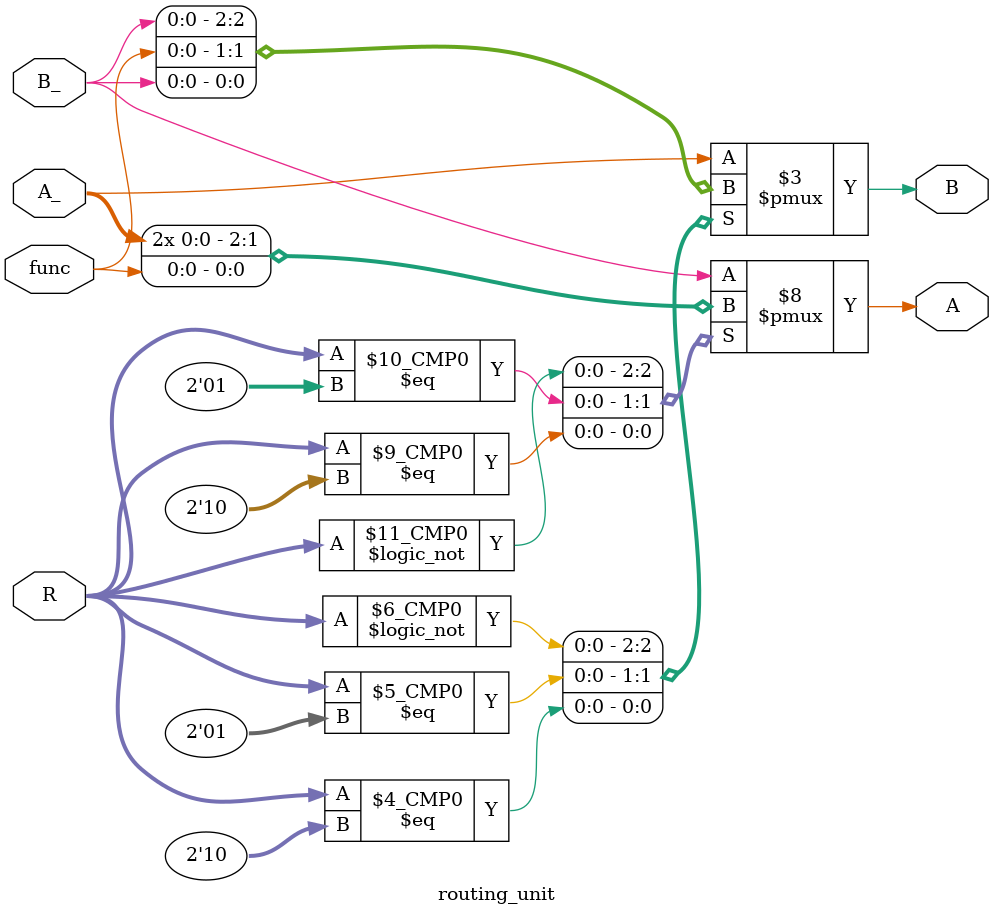
<source format=sv>
module routing_unit(input A_,B_,func, input [1:0] R, output A,B);
always_comb
begin
	case(R)
		2'b00 : A=A_;
		2'b01 : A=A_;
		2'b10 : A=func;
		default : A=B_;
					
	endcase
	case(R)
		2'b00 : B=B_;
		2'b01 : B=func;
		2'b10 : B=B_;
		default : B=A_;
	endcase
end 
endmodule
					 
</source>
